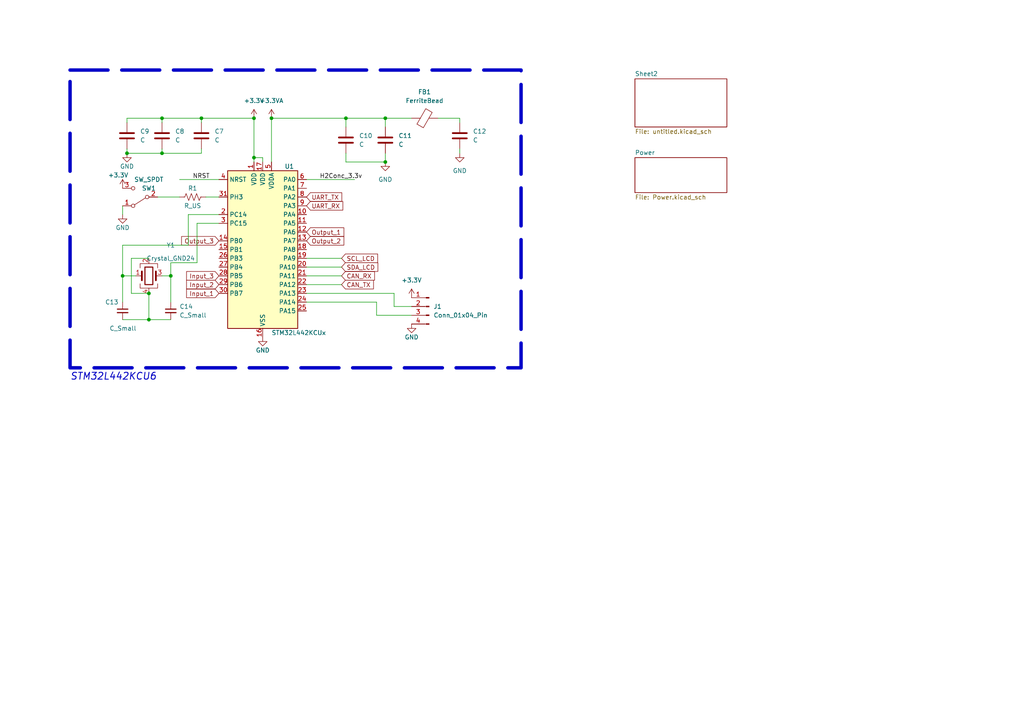
<source format=kicad_sch>
(kicad_sch (version 20230121) (generator eeschema)
  (paper "A4")
  (lib_symbols
    (symbol "Connector:Conn_01x04_Pin" (pin_names (offset 1.016) hide)
      (property "Reference" "J" (at 0 5.08 0))
      (property "Value" "Conn_01x04_Pin" (at 0 -7.62 0))
      (symbol "Conn_01x04_Pin_1_1"
        (polyline (pts (xy 1.27 -5.08) (xy 0.8636 -5.08)) (stroke (width 0.1524)))
        (polyline (pts (xy 1.27 -2.54) (xy 0.8636 -2.54)) (stroke (width 0.1524)))
        (polyline (pts (xy 1.27 0) (xy 0.8636 0)) (stroke (width 0.1524)))
        (polyline (pts (xy 1.27 2.54) (xy 0.8636 2.54)) (stroke (width 0.1524)))
        (rectangle (start 0.8636 -4.953) (end 0 -5.207) (stroke (width 0.1524)) (fill (type outline)))
        (rectangle (start 0.8636 -2.413) (end 0 -2.667) (stroke (width 0.1524)) (fill (type outline)))
        (rectangle (start 0.8636 0.127) (end 0 -0.127) (stroke (width 0.1524)) (fill (type outline)))
        (rectangle (start 0.8636 2.667) (end 0 2.413) (stroke (width 0.1524)) (fill (type outline)))
        (pin passive line (at 5.08 2.54 180) (length 3.81) (name "Pin_1") (number "1"))
        (pin passive line (at 5.08 0 180) (length 3.81) (name "Pin_2") (number "2"))
        (pin passive line (at 5.08 -2.54 180) (length 3.81) (name "Pin_3") (number "3"))
        (pin passive line (at 5.08 -5.08 180) (length 3.81) (name "Pin_4") (number "4"))
      )
    )
    (symbol "Device:C" (pin_numbers hide) (pin_names (offset 0.254))
      (property "Reference" "C" (at 0.635 2.54 0))
      (property "Value" "C" (at 0.635 -2.54 0))
      (symbol "C_0_1"
        (polyline (pts (xy -2.032 -0.762) (xy 2.032 -0.762)) (stroke (width 0.508)))
        (polyline (pts (xy -2.032 0.762) (xy 2.032 0.762)) (stroke (width 0.508)))
      )
      (symbol "C_1_1"
        (pin passive line (at 0 3.81 270) (length 2.794) (name "~") (number "1"))
        (pin passive line (at 0 -3.81 90) (length 2.794) (name "~") (number "2"))
      )
    )
    (symbol "Device:C_Small" (pin_numbers hide) (pin_names (offset 0.254) hide)
      (property "Reference" "C" (at 0.254 1.778 0))
      (property "Value" "C_Small" (at 0.254 -2.032 0))
      (symbol "C_Small_0_1"
        (polyline (pts (xy -1.524 -0.508) (xy 1.524 -0.508)) (stroke (width 0.3302)))
        (polyline (pts (xy -1.524 0.508) (xy 1.524 0.508)) (stroke (width 0.3048)))
      )
      (symbol "C_Small_1_1"
        (pin passive line (at 0 2.54 270) (length 2.032) (name "~") (number "1"))
        (pin passive line (at 0 -2.54 90) (length 2.032) (name "~") (number "2"))
      )
    )
    (symbol "Device:Crystal_GND24" (pin_names (offset 1.016) hide)
      (property "Reference" "Y" (at 3.175 5.08 0))
      (property "Value" "Crystal_GND24" (at 3.175 3.175 0))
      (symbol "Crystal_GND24_0_1"
        (rectangle (start -1.143 2.54) (end 1.143 -2.54) (stroke (width 0.3048)))
        (polyline (pts (xy -2.54 0) (xy -2.032 0)))
        (polyline (pts (xy -2.032 -1.27) (xy -2.032 1.27)) (stroke (width 0.508)))
        (polyline (pts (xy 0 -3.81) (xy 0 -3.556)))
        (polyline (pts (xy 0 3.556) (xy 0 3.81)))
        (polyline (pts (xy 2.032 -1.27) (xy 2.032 1.27)) (stroke (width 0.508)))
        (polyline (pts (xy 2.032 0) (xy 2.54 0)))
        (polyline (pts (xy -2.54 -2.286) (xy -2.54 -3.556) (xy 2.54 -3.556) (xy 2.54 -2.286)))
        (polyline (pts (xy -2.54 2.286) (xy -2.54 3.556) (xy 2.54 3.556) (xy 2.54 2.286)))
      )
      (symbol "Crystal_GND24_1_1"
        (pin passive line (at -3.81 0 0) (length 1.27) (name "1") (number "1"))
        (pin passive line (at 0 5.08 270) (length 1.27) (name "2") (number "2"))
        (pin passive line (at 3.81 0 180) (length 1.27) (name "3") (number "3"))
        (pin passive line (at 0 -5.08 90) (length 1.27) (name "4") (number "4"))
      )
    )
    (symbol "Device:FerriteBead" (pin_numbers hide) (pin_names (offset 0))
      (property "Reference" "FB" (at -3.81 0.635 90))
      (property "Value" "FerriteBead" (at 3.81 0 90))
      (symbol "FerriteBead_0_1"
        (polyline (pts (xy 0 -1.27) (xy 0 -1.2192)))
        (polyline (pts (xy 0 1.27) (xy 0 1.2954)))
        (polyline (pts (xy -2.7686 0.4064) (xy -1.7018 2.2606) (xy 2.7686 -0.3048) (xy 1.6764 -2.159) (xy -2.7686 0.4064)))
      )
      (symbol "FerriteBead_1_1"
        (pin passive line (at 0 3.81 270) (length 2.54) (name "~") (number "1"))
        (pin passive line (at 0 -3.81 90) (length 2.54) (name "~") (number "2"))
      )
    )
    (symbol "Device:R_US" (pin_numbers hide) (pin_names (offset 0))
      (property "Reference" "R" (at 2.54 0 90))
      (property "Value" "R_US" (at -2.54 0 90))
      (symbol "R_US_0_1"
        (polyline (pts (xy 0 -2.286) (xy 0 -2.54)))
        (polyline (pts (xy 0 2.286) (xy 0 2.54)))
        (polyline (pts (xy 0 -0.762) (xy 1.016 -1.143) (xy 0 -1.524) (xy -1.016 -1.905) (xy 0 -2.286)))
        (polyline (pts (xy 0 0.762) (xy 1.016 0.381) (xy 0 0) (xy -1.016 -0.381) (xy 0 -0.762)))
        (polyline (pts (xy 0 2.286) (xy 1.016 1.905) (xy 0 1.524) (xy -1.016 1.143) (xy 0 0.762)))
      )
      (symbol "R_US_1_1"
        (pin passive line (at 0 3.81 270) (length 1.27) (name "~") (number "1"))
        (pin passive line (at 0 -3.81 90) (length 1.27) (name "~") (number "2"))
      )
    )
    (symbol "MCU_ST_STM32L4:STM32L442KCUx"
      (property "Reference" "U" (at -10.16 24.13 0))
      (property "Value" "STM32L442KCUx" (at 5.08 24.13 0))
      (symbol "STM32L442KCUx_0_1"
        (rectangle (start -10.16 -22.86) (end 10.16 22.86) (stroke (width 0.254)) (fill (type background)))
      )
      (symbol "STM32L442KCUx_1_1"
        (pin power_in line (at -2.54 25.4 270) (length 2.54) (name "VDD") (number "1"))
        (pin bidirectional line (at 12.7 10.16 180) (length 2.54) (name "PA4") (number "10"))
        (pin bidirectional line (at 12.7 7.62 180) (length 2.54) (name "PA5") (number "11"))
        (pin bidirectional line (at 12.7 5.08 180) (length 2.54) (name "PA6") (number "12"))
        (pin bidirectional line (at 12.7 2.54 180) (length 2.54) (name "PA7") (number "13"))
        (pin bidirectional line (at -12.7 2.54 0) (length 2.54) (name "PB0") (number "14"))
        (pin bidirectional line (at -12.7 0 0) (length 2.54) (name "PB1") (number "15"))
        (pin power_in line (at 0 -25.4 90) (length 2.54) (name "VSS") (number "16"))
        (pin power_in line (at 0 25.4 270) (length 2.54) (name "VDD") (number "17"))
        (pin bidirectional line (at 12.7 0 180) (length 2.54) (name "PA8") (number "18"))
        (pin bidirectional line (at 12.7 -2.54 180) (length 2.54) (name "PA9") (number "19"))
        (pin bidirectional line (at -12.7 10.16 0) (length 2.54) (name "PC14") (number "2"))
        (pin bidirectional line (at 12.7 -5.08 180) (length 2.54) (name "PA10") (number "20"))
        (pin bidirectional line (at 12.7 -7.62 180) (length 2.54) (name "PA11") (number "21"))
        (pin bidirectional line (at 12.7 -10.16 180) (length 2.54) (name "PA12") (number "22"))
        (pin bidirectional line (at 12.7 -12.7 180) (length 2.54) (name "PA13") (number "23"))
        (pin bidirectional line (at 12.7 -15.24 180) (length 2.54) (name "PA14") (number "24"))
        (pin bidirectional line (at 12.7 -17.78 180) (length 2.54) (name "PA15") (number "25"))
        (pin bidirectional line (at -12.7 -2.54 0) (length 2.54) (name "PB3") (number "26"))
        (pin bidirectional line (at -12.7 -5.08 0) (length 2.54) (name "PB4") (number "27"))
        (pin bidirectional line (at -12.7 -7.62 0) (length 2.54) (name "PB5") (number "28"))
        (pin bidirectional line (at -12.7 -10.16 0) (length 2.54) (name "PB6") (number "29"))
        (pin bidirectional line (at -12.7 7.62 0) (length 2.54) (name "PC15") (number "3"))
        (pin bidirectional line (at -12.7 -12.7 0) (length 2.54) (name "PB7") (number "30"))
        (pin bidirectional line (at -12.7 15.24 0) (length 2.54) (name "PH3") (number "31"))
        (pin passive line (at 0 -25.4 90) (length 2.54) hide (name "VSS") (number "32"))
        (pin passive line (at 0 -25.4 90) (length 2.54) hide (name "VSS") (number "33"))
        (pin input line (at -12.7 20.32 0) (length 2.54) (name "NRST") (number "4"))
        (pin power_in line (at 2.54 25.4 270) (length 2.54) (name "VDDA") (number "5"))
        (pin bidirectional line (at 12.7 20.32 180) (length 2.54) (name "PA0") (number "6"))
        (pin bidirectional line (at 12.7 17.78 180) (length 2.54) (name "PA1") (number "7"))
        (pin bidirectional line (at 12.7 15.24 180) (length 2.54) (name "PA2") (number "8"))
        (pin bidirectional line (at 12.7 12.7 180) (length 2.54) (name "PA3") (number "9"))
      )
    )
    (symbol "Switch:SW_SPDT" (pin_names (offset 0) hide)
      (property "Reference" "SW" (at 0 4.318 0))
      (property "Value" "SW_SPDT" (at 0 -5.08 0))
      (symbol "SW_SPDT_0_0"
        (circle (center -2.032 0) (radius 0.508))
        (circle (center 2.032 -2.54) (radius 0.508))
      )
      (symbol "SW_SPDT_0_1"
        (polyline (pts (xy -1.524 0.254) (xy 1.651 2.286)))
        (circle (center 2.032 2.54) (radius 0.508))
      )
      (symbol "SW_SPDT_1_1"
        (pin passive line (at 5.08 2.54 180) (length 2.54) (name "A") (number "1"))
        (pin passive line (at -5.08 0 0) (length 2.54) (name "B") (number "2"))
        (pin passive line (at 5.08 -2.54 180) (length 2.54) (name "C") (number "3"))
      )
    )
    (symbol "power:+3.3V" (power) (pin_names (offset 0))
      (property "Value" "+3.3V" (at 0 3.556 0))
      (symbol "+3.3V_0_1"
        (polyline (pts (xy -0.762 1.27) (xy 0 2.54)))
        (polyline (pts (xy 0 0) (xy 0 2.54)))
        (polyline (pts (xy 0 2.54) (xy 0.762 1.27)))
      )
      (symbol "+3.3V_1_1"
        (pin power_in line (at 0 0 90) (length 0) hide (name "+3.3V") (number "1"))
      )
    )
    (symbol "power:+3.3VA" (power) (pin_names (offset 0))
      (property "Value" "+3.3VA" (at 0 3.556 0))
      (symbol "+3.3VA_0_1"
        (polyline (pts (xy -0.762 1.27) (xy 0 2.54)))
        (polyline (pts (xy 0 0) (xy 0 2.54)))
        (polyline (pts (xy 0 2.54) (xy 0.762 1.27)))
      )
      (symbol "+3.3VA_1_1"
        (pin power_in line (at 0 0 90) (length 0) hide (name "+3.3VA") (number "1"))
      )
    )
    (symbol "power:GND" (power) (pin_names (offset 0))
      (property "Value" "GND" (at 0 -3.81 0))
      (symbol "GND_0_1"
        (polyline (pts (xy 0 0) (xy 0 -1.27) (xy 1.27 -1.27) (xy 0 -2.54) (xy -1.27 -1.27) (xy 0 -1.27)))
      )
      (symbol "GND_1_1"
        (pin power_in line (at 0 0 270) (length 0) hide (name "GND") (number "1"))
      )
    )
  )
  (junction (at 111.76 46.99))
  (junction (at 43.18 92.71))
  (junction (at 73.66 45.72))
  (junction (at 43.18 85.09))
  (junction (at 35.56 80.01))
  (junction (at 58.42 34.29))
  (junction (at 49.53 80.01))
  (junction (at 73.66 34.29))
  (junction (at 46.99 44.45))
  (junction (at 78.74 34.29))
  (junction (at 111.76 34.29))
  (junction (at 100.33 34.29))
  (junction (at 36.83 44.45))
  (junction (at 46.99 34.29))
  (wire (pts (xy 57.15 64.77) (xy 57.15 76.2)))
  (wire (pts (xy 39.37 80.01) (xy 35.56 80.01)))
  (wire (pts (xy 49.53 76.2) (xy 49.53 80.01)))
  (wire (pts (xy 35.56 92.71) (xy 43.18 92.71)))
  (wire (pts (xy 78.74 34.29) (xy 100.33 34.29)))
  (wire (pts (xy 88.9 52.07) (xy 102.87 52.07)))
  (wire (pts (xy 43.18 74.93) (xy 38.1 74.93)))
  (wire (pts (xy 100.33 34.29) (xy 111.76 34.29)))
  (wire (pts (xy 43.18 85.09) (xy 43.18 92.71)))
  (wire (pts (xy 100.33 34.29) (xy 100.33 36.83)))
  (wire (pts (xy 58.42 44.45) (xy 58.42 43.18)))
  (wire (pts (xy 133.35 43.18) (xy 133.35 44.45)))
  (wire (pts (xy 111.76 34.29) (xy 111.76 36.83)))
  (wire (pts (xy 35.56 71.12) (xy 54.61 71.12)))
  (wire (pts (xy 35.56 80.01) (xy 35.56 87.63)))
  (wire (pts (xy 49.53 76.2) (xy 57.15 76.2)))
  (wire (pts (xy 43.18 92.71) (xy 49.53 92.71)))
  (wire (pts (xy 109.22 87.63) (xy 109.22 91.44)))
  (wire (pts (xy 63.5 64.77) (xy 57.15 64.77)))
  (wire (pts (xy 38.1 74.93) (xy 38.1 85.09)))
  (wire (pts (xy 88.9 80.01) (xy 99.06 80.01)))
  (wire (pts (xy 58.42 34.29) (xy 58.42 35.56)))
  (wire (pts (xy 127 34.29) (xy 133.35 34.29)))
  (wire (pts (xy 59.69 57.15) (xy 63.5 57.15)))
  (wire (pts (xy 133.35 34.29) (xy 133.35 35.56)))
  (wire (pts (xy 46.99 44.45) (xy 58.42 44.45)))
  (wire (pts (xy 78.74 34.29) (xy 78.74 46.99)))
  (wire (pts (xy 88.9 85.09) (xy 114.3 85.09)))
  (wire (pts (xy 52.07 52.07) (xy 63.5 52.07)))
  (wire (pts (xy 36.83 44.45) (xy 46.99 44.45)))
  (wire (pts (xy 49.53 80.01) (xy 46.99 80.01)))
  (wire (pts (xy 88.9 87.63) (xy 109.22 87.63)))
  (wire (pts (xy 100.33 46.99) (xy 111.76 46.99)))
  (wire (pts (xy 109.22 91.44) (xy 119.38 91.44)))
  (wire (pts (xy 111.76 34.29) (xy 119.38 34.29)))
  (wire (pts (xy 114.3 88.9) (xy 119.38 88.9)))
  (wire (pts (xy 76.2 45.72) (xy 76.2 46.99)))
  (wire (pts (xy 88.9 74.93) (xy 99.06 74.93)))
  (wire (pts (xy 46.99 44.45) (xy 46.99 43.18)))
  (wire (pts (xy 38.1 85.09) (xy 43.18 85.09)))
  (wire (pts (xy 114.3 85.09) (xy 114.3 88.9)))
  (wire (pts (xy 100.33 44.45) (xy 100.33 46.99)))
  (wire (pts (xy 36.83 34.29) (xy 36.83 35.56)))
  (wire (pts (xy 88.9 77.47) (xy 99.06 77.47)))
  (wire (pts (xy 45.72 57.15) (xy 52.07 57.15)))
  (wire (pts (xy 88.9 82.55) (xy 99.06 82.55)))
  (wire (pts (xy 46.99 34.29) (xy 46.99 35.56)))
  (wire (pts (xy 35.56 59.69) (xy 35.56 62.23)))
  (wire (pts (xy 73.66 34.29) (xy 73.66 45.72)))
  (wire (pts (xy 111.76 44.45) (xy 111.76 46.99)))
  (wire (pts (xy 36.83 34.29) (xy 46.99 34.29)))
  (wire (pts (xy 49.53 80.01) (xy 49.53 87.63)))
  (wire (pts (xy 54.61 62.23) (xy 63.5 62.23)))
  (wire (pts (xy 54.61 71.12) (xy 54.61 62.23)))
  (wire (pts (xy 46.99 34.29) (xy 58.42 34.29)))
  (wire (pts (xy 73.66 45.72) (xy 76.2 45.72)))
  (wire (pts (xy 36.83 43.18) (xy 36.83 44.45)))
  (wire (pts (xy 58.42 34.29) (xy 73.66 34.29)))
  (wire (pts (xy 73.66 45.72) (xy 73.66 46.99)))
  (wire (pts (xy 35.56 80.01) (xy 35.56 71.12)))
  (rectangle (start 20.32 20.32) (end 151.13 106.68) (stroke (width 1) (type dash)))
  (text "STM32L442KCU6" (at 20.32 110.49 0) (effects (font (size 2 2) (thickness 0.254) bold italic) (justify left bottom)))
  (label "NRST" (at 55.88 52.07 0))
  (label "H2Conc_3.3v" (at 92.71 52.07 0))
  (global_label "Output_2" (shape input) (at 88.9 69.85 0) (property "Intersheetrefs" "${INTERSHEET_REFS}" (effects hide)))
  (global_label "SCL_LCD" (shape input) (at 99.06 74.93 0) (property "Intersheetrefs" "${INTERSHEET_REFS}" (effects hide)))
  (global_label "CAN_TX" (shape input) (at 99.06 82.55 0) (property "Intersheetrefs" "${INTERSHEET_REFS}" (effects hide)))
  (global_label "UART_TX" (shape input) (at 88.9 57.15 0) (property "Intersheetrefs" "${INTERSHEET_REFS}" (effects hide)))
  (global_label "Input_3" (shape input) (at 63.5 80.01 180) (property "Intersheetrefs" "${INTERSHEET_REFS}" (effects hide)))
  (global_label "Input_2" (shape input) (at 63.5 82.55 180) (property "Intersheetrefs" "${INTERSHEET_REFS}" (effects hide)))
  (global_label "Input_1" (shape input) (at 63.5 85.09 180) (property "Intersheetrefs" "${INTERSHEET_REFS}" (effects hide)))
  (global_label "UART_RX" (shape input) (at 88.9 59.69 0) (property "Intersheetrefs" "${INTERSHEET_REFS}" (effects hide)))
  (global_label "Output_1" (shape input) (at 88.9 67.31 0) (property "Intersheetrefs" "${INTERSHEET_REFS}" (effects hide)))
  (global_label "SDA_LCD" (shape input) (at 99.06 77.47 0) (property "Intersheetrefs" "${INTERSHEET_REFS}" (effects hide)))
  (global_label "CAN_RX" (shape input) (at 99.06 80.01 0) (property "Intersheetrefs" "${INTERSHEET_REFS}" (effects hide)))
  (global_label "Output_3" (shape input) (at 63.5 69.85 180) (property "Intersheetrefs" "${INTERSHEET_REFS}" (effects hide)))
  (symbol (lib_id "Device:C") (at 111.76 40.64 0) (unit 1)
    (property "Reference" "C11" (at 115.57 39.37 0) (effects (justify left)))
    (property "Value" "C" (at 115.57 41.91 0) (effects (justify left)))
  )
  (symbol (lib_id "Connector:Conn_01x04_Pin") (at 124.46 88.9 0) (mirror y) (unit 1)
    (property "Reference" "J1" (at 125.73 88.9 0) (effects (justify right)))
    (property "Value" "Conn_01x04_Pin" (at 125.73 91.44 0) (effects (justify right)))
  )
  (symbol (lib_id "Device:C") (at 36.83 39.37 0) (unit 1)
    (property "Reference" "C9" (at 40.64 38.1 0) (effects (justify left)))
    (property "Value" "C" (at 40.64 40.64 0) (effects (justify left)))
  )
  (symbol (lib_id "Device:C") (at 133.35 39.37 0) (unit 1)
    (property "Reference" "C12" (at 137.16 38.1 0) (effects (justify left)))
    (property "Value" "C" (at 137.16 40.64 0) (effects (justify left)))
  )
  (symbol (lib_id "power:+3.3V") (at 119.38 86.36 0) (unit 1)
    (property "Reference" "#PWR012" (effects hide))
    (property "Value" "+3.3V" (at 119.38 81.28 0))
  )
  (symbol (lib_id "Device:C") (at 100.33 40.64 0) (unit 1)
    (property "Reference" "C10" (at 104.14 39.37 0) (effects (justify left)))
    (property "Value" "C" (at 104.14 41.91 0) (effects (justify left)))
  )
  (symbol (lib_id "Device:R_US") (at 55.88 57.15 90) (unit 1)
    (property "Reference" "R1" (at 55.88 54.61 90))
    (property "Value" "R_US" (at 55.88 59.69 90))
  )
  (symbol (lib_id "power:GND") (at 133.35 44.45 0) (unit 1)
    (property "Reference" "#PWR09" (effects hide))
    (property "Value" "GND" (at 133.35 49.53 0))
  )
  (symbol (lib_id "Device:C_Small") (at 35.56 90.17 0) (unit 1)
    (property "Reference" "C13" (at 30.48 87.63 0) (effects (justify left)))
    (property "Value" "C_Small" (at 31.75 95.25 0) (effects (justify left)))
  )
  (symbol (lib_id "Switch:SW_SPDT") (at 40.64 57.15 180) (unit 1)
    (property "Reference" "SW1" (at 43.18 54.61 0))
    (property "Value" "SW_SPDT" (at 43.18 52.07 0))
  )
  (symbol (lib_id "power:GND") (at 119.38 93.98 0) (unit 1)
    (property "Reference" "#PWR013" (effects hide))
    (property "Value" "GND" (at 119.38 97.79 0))
  )
  (symbol (lib_id "power:GND") (at 36.83 44.45 0) (unit 1)
    (property "Reference" "#PWR06" (effects hide))
    (property "Value" "GND" (at 36.83 48.26 0))
  )
  (symbol (lib_id "power:GND") (at 111.76 46.99 0) (unit 1)
    (property "Reference" "#PWR08" (effects hide))
    (property "Value" "GND" (at 111.76 52.07 0))
  )
  (symbol (lib_id "Device:Crystal_GND24") (at 43.18 80.01 0) (unit 1)
    (property "Reference" "Y1" (at 49.53 71.12 0))
    (property "Value" "Crystal_GND24" (at 49.53 74.93 0))
  )
  (symbol (lib_id "power:GND") (at 35.56 62.23 0) (unit 1)
    (property "Reference" "#PWR011" (effects hide))
    (property "Value" "GND" (at 35.56 66.04 0))
  )
  (symbol (lib_id "Device:FerriteBead") (at 123.19 34.29 90) (unit 1)
    (property "Reference" "FB1" (at 123.1392 26.67 90))
    (property "Value" "FerriteBead" (at 123.1392 29.21 90))
  )
  (symbol (lib_id "power:+3.3V") (at 35.56 54.61 0) (unit 1)
    (property "Reference" "#PWR010" (effects hide))
    (property "Value" "+3.3V" (at 34.29 50.8 0))
  )
  (symbol (lib_id "Device:C_Small") (at 49.53 90.17 0) (unit 1)
    (property "Reference" "C14" (at 52.07 88.9063 0) (effects (justify left)))
    (property "Value" "C_Small" (at 52.07 91.4463 0) (effects (justify left)))
  )
  (symbol (lib_id "power:+3.3VA") (at 78.74 34.29 0) (unit 1)
    (property "Reference" "#PWR07" (effects hide))
    (property "Value" "+3.3VA" (at 78.74 29.21 0))
  )
  (symbol (lib_id "power:GND") (at 76.2 97.79 0) (unit 1)
    (property "Reference" "#PWR04" (effects hide))
    (property "Value" "GND" (at 76.2 101.6 0))
  )
  (symbol (lib_id "Device:C") (at 58.42 39.37 0) (unit 1)
    (property "Reference" "C7" (at 62.23 38.1 0) (effects (justify left)))
    (property "Value" "C" (at 62.23 40.64 0) (effects (justify left)))
  )
  (symbol (lib_id "Device:C") (at 46.99 39.37 0) (unit 1)
    (property "Reference" "C8" (at 50.8 38.1 0) (effects (justify left)))
    (property "Value" "C" (at 50.8 40.64 0) (effects (justify left)))
  )
  (symbol (lib_id "power:+3.3V") (at 73.66 34.29 0) (unit 1)
    (property "Reference" "#PWR05" (effects hide))
    (property "Value" "+3.3V" (at 73.66 29.21 0))
  )
  (symbol (lib_id "MCU_ST_STM32L4:STM32L442KCUx") (at 76.2 72.39 0) (unit 1)
    (property "Reference" "U1" (at 82.55 48.26 0) (effects (justify left)))
    (property "Value" "STM32L442KCUx" (at 78.74 96.52 0) (effects (justify left)))
    (property "Footprint" "Package_DFN_QFN:QFN-32-1EP_5x5mm_P0.5mm_EP3.45x3.45mm" (effects hide))
    (property "Datasheet" "https://www.st.com/resource/en/datasheet/stm32l442kc.pdf" (effects hide))
  )
  (sheet (at 184.15 45.72) (size 26.67 10.16) (stroke (width 0.1524))
    (property "Sheetname" "Power" (at 184.15 45.0084 0) (effects (justify left bottom)))
    (property "Sheetfile" "Power.kicad_sch" (at 184.15 56.4646 0) (effects (justify left top)))
  )
  (sheet (at 184.15 22.86) (size 26.67 13.97) (stroke (width 0.1524))
    (property "Sheetname" "Sheet2" (at 184.15 22.1484 0) (effects (justify left bottom)))
    (property "Sheetfile" "untitled.kicad_sch" (at 184.15 37.4146 0) (effects (justify left top)))
  )
)
</source>
